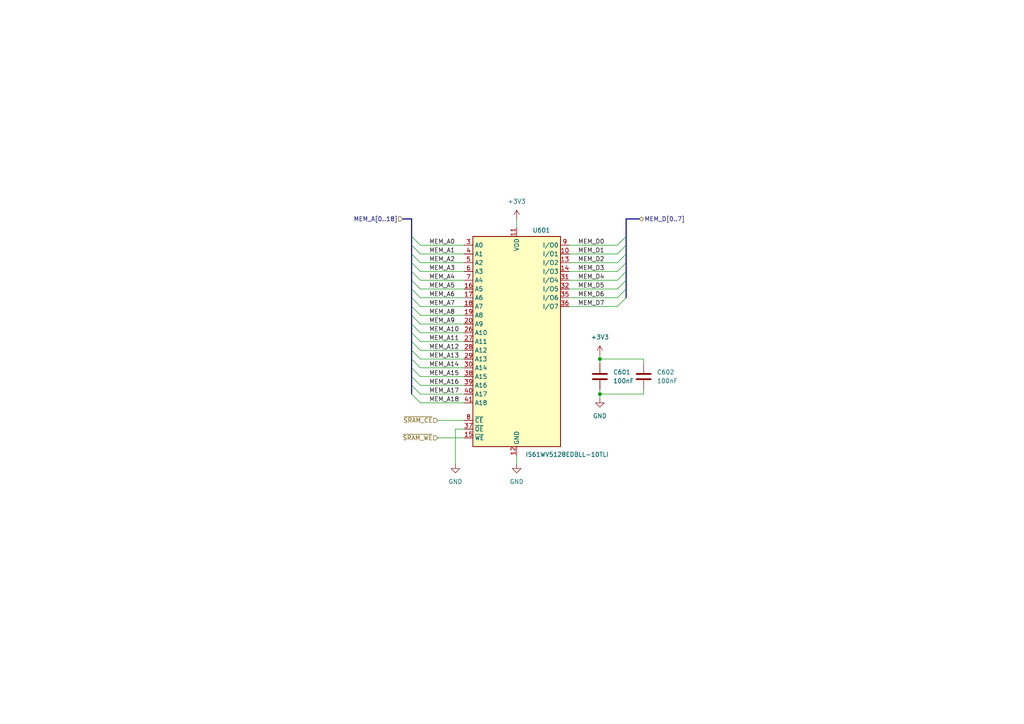
<source format=kicad_sch>
(kicad_sch (version 20250114) (generator "eeschema") (generator_version "9.0")
  (paper "A4")
  (title_block (title "Lattice ICE40HX8K Development board") (company "Stephen Moody"))
  (lib_symbols
    (symbol "Device:C" (pin_numbers (hide yes)) (pin_names (offset 0.254))
      (property "Reference" "C" (at 0.635 2.54 0))
      (property "Value" "C" (at 0.635 -2.54 0))
      (symbol "C_0_1"
        (polyline (pts (xy -2.032 0.762) (xy 2.032 0.762)) (stroke (width 0.508)))
        (polyline (pts (xy -2.032 -0.762) (xy 2.032 -0.762)) (stroke (width 0.508)))
      )
      (symbol "C_1_1"
        (pin passive line (at 0 3.81 270) (length 2.794) (name "~") (number "1"))
        (pin passive line (at 0 -3.81 90) (length 2.794) (name "~") (number "2"))
      )
    )
    (symbol "Memory_RAM:IS61C5128AL-10TLI"
      (property "Reference" "U" (at -10.16 31.75 0))
      (property "Value" "IS61C5128AL-10TLI" (at 12.7 31.75 0))
      (symbol "IS61C5128AL-10TLI_0_1"
        (rectangle (start -12.7 30.48) (end 12.7 -30.48) (stroke (width 0.254)) (fill (type background)))
      )
      (symbol "IS61C5128AL-10TLI_1_1"
        (pin input line (at -15.24 27.94 0) (length 2.54) (name "A0") (number "3"))
        (pin input line (at -15.24 25.4 0) (length 2.54) (name "A1") (number "4"))
        (pin input line (at -15.24 22.86 0) (length 2.54) (name "A2") (number "5"))
        (pin input line (at -15.24 20.32 0) (length 2.54) (name "A3") (number "6"))
        (pin input line (at -15.24 17.78 0) (length 2.54) (name "A4") (number "7"))
        (pin input line (at -15.24 15.24 0) (length 2.54) (name "A5") (number "16"))
        (pin input line (at -15.24 12.7 0) (length 2.54) (name "A6") (number "17"))
        (pin input line (at -15.24 10.16 0) (length 2.54) (name "A7") (number "18"))
        (pin input line (at -15.24 7.62 0) (length 2.54) (name "A8") (number "19"))
        (pin input line (at -15.24 5.08 0) (length 2.54) (name "A9") (number "20"))
        (pin input line (at -15.24 2.54 0) (length 2.54) (name "A10") (number "26"))
        (pin input line (at -15.24 0 0) (length 2.54) (name "A11") (number "27"))
        (pin input line (at -15.24 -2.54 0) (length 2.54) (name "A12") (number "28"))
        (pin input line (at -15.24 -5.08 0) (length 2.54) (name "A13") (number "29"))
        (pin input line (at -15.24 -7.62 0) (length 2.54) (name "A14") (number "30"))
        (pin input line (at -15.24 -10.16 0) (length 2.54) (name "A15") (number "38"))
        (pin input line (at -15.24 -12.7 0) (length 2.54) (name "A16") (number "39"))
        (pin input line (at -15.24 -15.24 0) (length 2.54) (name "A17") (number "40"))
        (pin input line (at -15.24 -17.78 0) (length 2.54) (name "A18") (number "41"))
        (pin input line (at -15.24 -22.86 0) (length 2.54) (name "~{CE}") (number "8"))
        (pin input line (at -15.24 -25.4 0) (length 2.54) (name "~{OE}") (number "37"))
        (pin input line (at -15.24 -27.94 0) (length 2.54) (name "~{WE}") (number "15"))
        (pin power_in line (at 0 33.02 270) (length 2.54) (name "VDD") (number "11"))
        (pin passive line (at 0 33.02 270) (length 2.54) (hide yes) (name "VDD") (number "33"))
        (pin power_in line (at 0 -33.02 90) (length 2.54) (name "GND") (number "12"))
        (pin passive line (at 0 -33.02 90) (length 2.54) (hide yes) (name "GND") (number "34"))
        (pin no_connect line (at 12.7 -5.08 180) (length 2.54) (hide yes) (name "NC") (number "44"))
        (pin no_connect line (at 12.7 -7.62 180) (length 2.54) (hide yes) (name "NC") (number "43"))
        (pin no_connect line (at 12.7 -10.16 180) (length 2.54) (hide yes) (name "NC") (number "42"))
        (pin no_connect line (at 12.7 -12.7 180) (length 2.54) (hide yes) (name "NC") (number "25"))
        (pin no_connect line (at 12.7 -15.24 180) (length 2.54) (hide yes) (name "NC") (number "24"))
        (pin no_connect line (at 12.7 -17.78 180) (length 2.54) (hide yes) (name "NC") (number "23"))
        (pin no_connect line (at 12.7 -20.32 180) (length 2.54) (hide yes) (name "NC") (number "22"))
        (pin no_connect line (at 12.7 -22.86 180) (length 2.54) (hide yes) (name "NC") (number "21"))
        (pin no_connect line (at 12.7 -25.4 180) (length 2.54) (hide yes) (name "NC") (number "2"))
        (pin no_connect line (at 12.7 -27.94 180) (length 2.54) (hide yes) (name "NC") (number "1"))
        (pin bidirectional line (at 15.24 27.94 180) (length 2.54) (name "I/O0") (number "9"))
        (pin bidirectional line (at 15.24 25.4 180) (length 2.54) (name "I/O1") (number "10"))
        (pin bidirectional line (at 15.24 22.86 180) (length 2.54) (name "I/O2") (number "13"))
        (pin bidirectional line (at 15.24 20.32 180) (length 2.54) (name "I/O3") (number "14"))
        (pin bidirectional line (at 15.24 17.78 180) (length 2.54) (name "I/O4") (number "31"))
        (pin bidirectional line (at 15.24 15.24 180) (length 2.54) (name "I/O5") (number "32"))
        (pin bidirectional line (at 15.24 12.7 180) (length 2.54) (name "I/O6") (number "35"))
        (pin bidirectional line (at 15.24 10.16 180) (length 2.54) (name "I/O7") (number "36"))
      )
    )
    (symbol "power:+3V3" (power) (pin_numbers (hide yes)) (pin_names (offset 0) (hide yes))
      (property "Value" "+3V3" (at 0 3.556 0))
      (symbol "+3V3_0_1"
        (polyline (pts (xy -0.762 1.27) (xy 0 2.54)))
        (polyline (pts (xy 0 2.54) (xy 0.762 1.27)))
        (polyline (pts (xy 0 0) (xy 0 2.54)))
      )
      (symbol "+3V3_1_1"
        (pin power_in line (at 0 0 90) (length 0) (name "~") (number "1"))
      )
    )
    (symbol "power:GND" (power) (pin_numbers (hide yes)) (pin_names (offset 0) (hide yes))
      (property "Value" "GND" (at 0 -3.81 0))
      (symbol "GND_0_1"
        (polyline (pts (xy 0 0) (xy 0 -1.27) (xy 1.27 -1.27) (xy 0 -2.54) (xy -1.27 -1.27) (xy 0 -1.27)))
      )
      (symbol "GND_1_1"
        (pin power_in line (at 0 0 270) (length 0) (name "~") (number "1"))
      )
    )
  )
  (junction (at 173.99 114.3))
  (junction (at 173.99 104.14))
  (bus_entry (at 119.38 71.12) (size 2.54 2.54))
  (bus_entry (at 119.38 86.36) (size 2.54 2.54))
  (bus_entry (at 181.61 73.66) (size -2.54 2.54))
  (bus_entry (at 181.61 83.82) (size -2.54 2.54))
  (bus_entry (at 119.38 73.66) (size 2.54 2.54))
  (bus_entry (at 119.38 101.6) (size 2.54 2.54))
  (bus_entry (at 181.61 86.36) (size -2.54 2.54))
  (bus_entry (at 181.61 71.12) (size -2.54 2.54))
  (bus_entry (at 181.61 68.58) (size -2.54 2.54))
  (bus_entry (at 181.61 76.2) (size -2.54 2.54))
  (bus_entry (at 119.38 114.3) (size 2.54 2.54))
  (bus_entry (at 119.38 78.74) (size 2.54 2.54))
  (bus_entry (at 119.38 96.52) (size 2.54 2.54))
  (bus_entry (at 119.38 99.06) (size 2.54 2.54))
  (bus_entry (at 119.38 111.76) (size 2.54 2.54))
  (bus_entry (at 119.38 91.44) (size 2.54 2.54))
  (bus_entry (at 119.38 104.14) (size 2.54 2.54))
  (bus_entry (at 119.38 68.58) (size 2.54 2.54))
  (bus_entry (at 119.38 81.28) (size 2.54 2.54))
  (bus_entry (at 119.38 93.98) (size 2.54 2.54))
  (bus_entry (at 181.61 78.74) (size -2.54 2.54))
  (bus_entry (at 119.38 106.68) (size 2.54 2.54))
  (bus_entry (at 119.38 88.9) (size 2.54 2.54))
  (bus_entry (at 119.38 109.22) (size 2.54 2.54))
  (bus_entry (at 181.61 81.28) (size -2.54 2.54))
  (bus_entry (at 119.38 83.82) (size 2.54 2.54))
  (bus_entry (at 119.38 76.2) (size 2.54 2.54))
  (wire (pts (xy 121.92 81.28) (xy 134.62 81.28)))
  (wire (pts (xy 173.99 114.3) (xy 173.99 115.57)))
  (bus (pts (xy 119.38 81.28) (xy 119.38 78.74)))
  (wire (pts (xy 149.86 132.08) (xy 149.86 134.62)))
  (bus (pts (xy 119.38 76.2) (xy 119.38 73.66)))
  (bus (pts (xy 119.38 88.9) (xy 119.38 86.36)))
  (wire (pts (xy 121.92 106.68) (xy 134.62 106.68)))
  (bus (pts (xy 119.38 91.44) (xy 119.38 88.9)))
  (wire (pts (xy 165.1 88.9) (xy 179.07 88.9)))
  (wire (pts (xy 121.92 71.12) (xy 134.62 71.12)))
  (wire (pts (xy 165.1 81.28) (xy 179.07 81.28)))
  (wire (pts (xy 127 121.92) (xy 134.62 121.92)))
  (wire (pts (xy 173.99 102.87) (xy 173.99 104.14)))
  (wire (pts (xy 121.92 88.9) (xy 134.62 88.9)))
  (wire (pts (xy 165.1 78.74) (xy 179.07 78.74)))
  (wire (pts (xy 186.69 104.14) (xy 186.69 105.41)))
  (wire (pts (xy 165.1 73.66) (xy 179.07 73.66)))
  (bus (pts (xy 119.38 68.58) (xy 119.38 63.5)))
  (wire (pts (xy 121.92 104.14) (xy 134.62 104.14)))
  (bus (pts (xy 181.61 86.36) (xy 181.61 83.82)))
  (bus (pts (xy 181.61 78.74) (xy 181.61 76.2)))
  (wire (pts (xy 121.92 78.74) (xy 134.62 78.74)))
  (wire (pts (xy 165.1 71.12) (xy 179.07 71.12)))
  (bus (pts (xy 181.61 63.5) (xy 185.42 63.5)))
  (wire (pts (xy 186.69 104.14) (xy 173.99 104.14)))
  (wire (pts (xy 121.92 86.36) (xy 134.62 86.36)))
  (wire (pts (xy 121.92 83.82) (xy 134.62 83.82)))
  (bus (pts (xy 181.61 68.58) (xy 181.61 63.5)))
  (wire (pts (xy 121.92 101.6) (xy 134.62 101.6)))
  (wire (pts (xy 121.92 116.84) (xy 134.62 116.84)))
  (wire (pts (xy 132.08 124.46) (xy 134.62 124.46)))
  (bus (pts (xy 181.61 83.82) (xy 181.61 81.28)))
  (wire (pts (xy 173.99 114.3) (xy 186.69 114.3)))
  (bus (pts (xy 119.38 109.22) (xy 119.38 106.68)))
  (wire (pts (xy 186.69 113.03) (xy 186.69 114.3)))
  (bus (pts (xy 119.38 63.5) (xy 116.84 63.5)))
  (bus (pts (xy 181.61 73.66) (xy 181.61 71.12)))
  (wire (pts (xy 121.92 91.44) (xy 134.62 91.44)))
  (wire (pts (xy 121.92 76.2) (xy 134.62 76.2)))
  (wire (pts (xy 121.92 111.76) (xy 134.62 111.76)))
  (wire (pts (xy 121.92 99.06) (xy 134.62 99.06)))
  (bus (pts (xy 119.38 111.76) (xy 119.38 109.22)))
  (bus (pts (xy 119.38 71.12) (xy 119.38 68.58)))
  (wire (pts (xy 121.92 93.98) (xy 134.62 93.98)))
  (wire (pts (xy 121.92 96.52) (xy 134.62 96.52)))
  (wire (pts (xy 127 127) (xy 134.62 127)))
  (bus (pts (xy 119.38 106.68) (xy 119.38 104.14)))
  (wire (pts (xy 173.99 105.41) (xy 173.99 104.14)))
  (bus (pts (xy 119.38 96.52) (xy 119.38 93.98)))
  (wire (pts (xy 173.99 113.03) (xy 173.99 114.3)))
  (wire (pts (xy 165.1 83.82) (xy 179.07 83.82)))
  (bus (pts (xy 119.38 99.06) (xy 119.38 96.52)))
  (wire (pts (xy 121.92 73.66) (xy 134.62 73.66)))
  (bus (pts (xy 119.38 93.98) (xy 119.38 91.44)))
  (wire (pts (xy 132.08 124.46) (xy 132.08 134.62)))
  (bus (pts (xy 119.38 104.14) (xy 119.38 101.6)))
  (bus (pts (xy 119.38 114.3) (xy 119.38 111.76)))
  (wire (pts (xy 121.92 114.3) (xy 134.62 114.3)))
  (wire (pts (xy 165.1 86.36) (xy 179.07 86.36)))
  (bus (pts (xy 181.61 71.12) (xy 181.61 68.58)))
  (bus (pts (xy 119.38 101.6) (xy 119.38 99.06)))
  (wire (pts (xy 165.1 76.2) (xy 179.07 76.2)))
  (bus (pts (xy 119.38 83.82) (xy 119.38 81.28)))
  (wire (pts (xy 149.86 63.5) (xy 149.86 66.04)))
  (bus (pts (xy 181.61 81.28) (xy 181.61 78.74)))
  (bus (pts (xy 119.38 86.36) (xy 119.38 83.82)))
  (bus (pts (xy 181.61 76.2) (xy 181.61 73.66)))
  (bus (pts (xy 119.38 73.66) (xy 119.38 71.12)))
  (bus (pts (xy 119.38 78.74) (xy 119.38 76.2)))
  (wire (pts (xy 121.92 109.22) (xy 134.62 109.22)))
  (label "MEM_A1" (at 124.46 73.66 0))
  (label "MEM_A11" (at 124.46 99.06 0))
  (label "MEM_A10" (at 124.46 96.52 0))
  (label "MEM_A16" (at 124.46 111.76 0))
  (label "MEM_A2" (at 124.46 76.2 0))
  (label "MEM_D4" (at 167.64 81.28 0))
  (label "MEM_A5" (at 124.46 83.82 0))
  (label "MEM_A17" (at 124.46 114.3 0))
  (label "MEM_A0" (at 124.46 71.12 0))
  (label "MEM_A6" (at 124.46 86.36 0))
  (label "MEM_D3" (at 167.64 78.74 0))
  (label "MEM_A4" (at 124.46 81.28 0))
  (label "MEM_A12" (at 124.46 101.6 0))
  (label "MEM_A7" (at 124.46 88.9 0))
  (label "MEM_A9" (at 124.46 93.98 0))
  (label "MEM_D2" (at 167.64 76.2 0))
  (label "MEM_A14" (at 124.46 106.68 0))
  (label "MEM_D5" (at 167.64 83.82 0))
  (label "MEM_A8" (at 124.46 91.44 0))
  (label "MEM_A3" (at 124.46 78.74 0))
  (label "MEM_A13" (at 124.46 104.14 0))
  (label "MEM_D7" (at 167.64 88.9 0))
  (label "MEM_D6" (at 167.64 86.36 0))
  (label "MEM_D1" (at 167.64 73.66 0))
  (label "MEM_A15" (at 124.46 109.22 0))
  (label "MEM_A18" (at 124.46 116.84 0))
  (label "MEM_D0" (at 167.64 71.12 0))
  (hierarchical_label "MEM_A[0..18]" (shape input) (at 116.84 63.5 180))
  (hierarchical_label "~{SRAM_WE}" (shape input) (at 127 127 180))
  (hierarchical_label "~{SRAM_CE}" (shape input) (at 127 121.92 180))
  (hierarchical_label "MEM_D[0..7]" (shape bidirectional) (at 185.42 63.5 0))
  (symbol (lib_id "Device:C") (at 186.69 109.22 0) (unit 1)
    (property "Reference" "C602" (at 190.5 107.9499 0) (effects (justify left)))
    (property "Value" "100nF" (at 190.5 110.4899 0) (effects (justify left)))
    (property "Footprint" "Capacitor_SMD:C_0805_2012Metric" (effects (hide yes)))
    (property "Description" "Unpolarized capacitor" (effects (hide yes)))
  )
  (symbol (lib_id "power:GND") (at 173.99 115.57 0) (unit 1)
    (property "Reference" "#PWR0605" (effects (hide yes)))
    (property "Value" "GND" (at 173.99 120.65 0))
    (property "Description" "Power symbol creates a global label with name \"GND\" , ground" (effects (hide yes)))
  )
  (symbol (lib_id "Device:C") (at 173.99 109.22 0) (unit 1)
    (property "Reference" "C601" (at 177.8 107.9499 0) (effects (justify left)))
    (property "Value" "100nF" (at 177.8 110.4899 0) (effects (justify left)))
    (property "Footprint" "Capacitor_SMD:C_0805_2012Metric" (effects (hide yes)))
    (property "Description" "Unpolarized capacitor" (effects (hide yes)))
  )
  (symbol (lib_id "power:+3V3") (at 173.99 102.87 0) (unit 1)
    (property "Reference" "#PWR0604" (effects (hide yes)))
    (property "Value" "+3V3" (at 173.99 97.79 0))
    (property "Description" "Power symbol creates a global label with name \"+3V3\"" (effects (hide yes)))
  )
  (symbol (lib_id "Memory_RAM:IS61C5128AL-10TLI") (at 149.86 99.06 0) (unit 1)
    (property "Reference" "U601" (at 154.432 66.802 0) (effects (justify left)))
    (property "Value" "IS61WV5128EDBLL-10TLI" (at 152.4 131.826 0) (effects (justify left)))
    (property "Footprint" "Package_SO:TSOP-II-44_10.16x18.41mm_P0.8mm" (effects (hide yes)))
    (property "Datasheet" "http://www.issi.com/WW/pdf/61-64C5128AL.pdf" (effects (hide yes)))
    (property "Description" "512K x 8 HIGH-SPEED CMOS STATIC RAM, 10ns, TSOP II-44" (effects (hide yes)))
  )
  (symbol (lib_id "power:GND") (at 149.86 134.62 0) (unit 1)
    (property "Reference" "#PWR0603" (effects (hide yes)))
    (property "Value" "GND" (at 149.86 139.7 0))
    (property "Description" "Power symbol creates a global label with name \"GND\" , ground" (effects (hide yes)))
  )
  (symbol (lib_id "power:+3V3") (at 149.86 63.5 0) (unit 1)
    (property "Reference" "#PWR0602" (effects (hide yes)))
    (property "Value" "+3V3" (at 149.86 58.42 0))
    (property "Description" "Power symbol creates a global label with name \"+3V3\"" (effects (hide yes)))
  )
  (symbol (lib_id "power:GND") (at 132.08 134.62 0) (unit 1)
    (property "Reference" "#PWR0601" (effects (hide yes)))
    (property "Value" "GND" (at 132.08 139.7 0))
    (property "Description" "Power symbol creates a global label with name \"GND\" , ground" (effects (hide yes)))
  )
)
</source>
